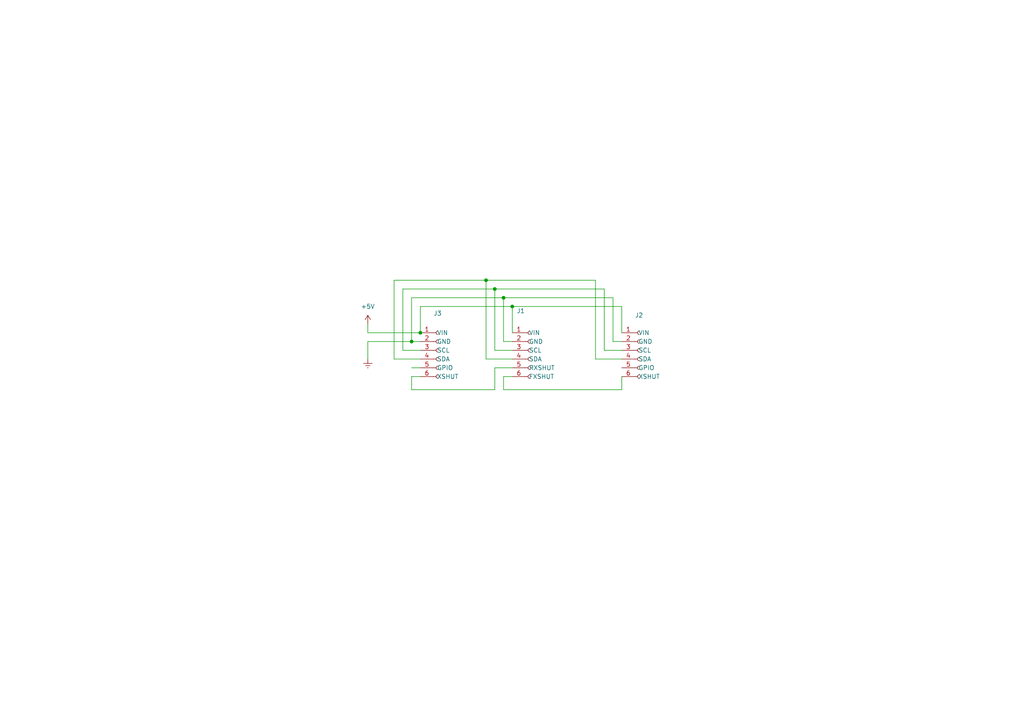
<source format=kicad_sch>
(kicad_sch (version 20230121) (generator eeschema)
  (paper "A4")
  (lib_symbols
    (symbol "Conn_01x06_Socket_1" (pin_names (offset 1.016))
      (property "Reference" "J2" (at -1.27 10.16 0))
      (symbol "Conn_01x06_Socket_1_1_1"
        (arc (start 0 -7.112) (mid -0.5058 -7.62) (end 0 -8.128) (stroke (width 0.1524)))
        (arc (start 0 -4.572) (mid -0.5058 -5.08) (end 0 -5.588) (stroke (width 0.1524)))
        (arc (start 0 -2.032) (mid -0.5058 -2.54) (end 0 -3.048) (stroke (width 0.1524)))
        (polyline (pts (xy -1.27 -7.62) (xy -0.508 -7.62)) (stroke (width 0.1524)))
        (polyline (pts (xy -1.27 -5.08) (xy -0.508 -5.08)) (stroke (width 0.1524)))
        (polyline (pts (xy -1.27 -2.54) (xy -0.508 -2.54)) (stroke (width 0.1524)))
        (polyline (pts (xy -1.27 0) (xy -0.508 0)) (stroke (width 0.1524)))
        (polyline (pts (xy -1.27 2.54) (xy -0.508 2.54)) (stroke (width 0.1524)))
        (polyline (pts (xy -1.27 5.08) (xy -0.508 5.08)) (stroke (width 0.1524)))
        (arc (start 0 0.508) (mid -0.5058 0) (end 0 -0.508) (stroke (width 0.1524)))
        (arc (start 0 3.048) (mid -0.5058 2.54) (end 0 2.032) (stroke (width 0.1524)))
        (arc (start 0 5.588) (mid -0.5058 5.08) (end 0 4.572) (stroke (width 0.1524)))
        (pin passive line (at -5.08 5.08 0) (length 3.81) (name "VIN") (number "1"))
        (pin passive line (at -5.08 2.54 0) (length 3.81) (name "GND") (number "2"))
        (pin passive line (at -5.08 0 0) (length 3.81) (name "SCL") (number "3"))
        (pin passive line (at -5.08 -2.54 0) (length 3.81) (name "SDA") (number "4"))
        (pin passive line (at -5.08 -5.08 0) (length 3.81) (name "GPIO") (number "5"))
        (pin passive line (at -5.08 -7.62 0) (length 3.81) (name "XSHUT") (number "6"))
      )
    )
    (symbol "Conn_01x06_Socket_2" (pin_names (offset 1.016))
      (property "Reference" "J2" (at -1.27 11.43 0))
      (symbol "Conn_01x06_Socket_2_1_1"
        (arc (start 0 -7.112) (mid -0.5058 -7.62) (end 0 -8.128) (stroke (width 0.1524)))
        (arc (start 0 -4.572) (mid -0.5058 -5.08) (end 0 -5.588) (stroke (width 0.1524)))
        (arc (start 0 -2.032) (mid -0.5058 -2.54) (end 0 -3.048) (stroke (width 0.1524)))
        (polyline (pts (xy -1.27 -7.62) (xy -0.508 -7.62)) (stroke (width 0.1524)))
        (polyline (pts (xy -1.27 -5.08) (xy -0.508 -5.08)) (stroke (width 0.1524)))
        (polyline (pts (xy -1.27 -2.54) (xy -0.508 -2.54)) (stroke (width 0.1524)))
        (polyline (pts (xy -1.27 0) (xy -0.508 0)) (stroke (width 0.1524)))
        (polyline (pts (xy -1.27 2.54) (xy -0.508 2.54)) (stroke (width 0.1524)))
        (polyline (pts (xy -1.27 5.08) (xy -0.508 5.08)) (stroke (width 0.1524)))
        (arc (start 0 0.508) (mid -0.5058 0) (end 0 -0.508) (stroke (width 0.1524)))
        (arc (start 0 3.048) (mid -0.5058 2.54) (end 0 2.032) (stroke (width 0.1524)))
        (arc (start 0 5.588) (mid -0.5058 5.08) (end 0 4.572) (stroke (width 0.1524)))
        (pin passive line (at -5.08 5.08 0) (length 3.81) (name "VIN") (number "1"))
        (pin passive line (at -5.08 2.54 0) (length 3.81) (name "GND") (number "2"))
        (pin passive line (at -5.08 0 0) (length 3.81) (name "SCL") (number "3"))
        (pin passive line (at -5.08 -2.54 0) (length 3.81) (name "SDA") (number "4"))
        (pin passive line (at -5.08 -5.08 0) (length 3.81) (name "GPIO") (number "5"))
        (pin passive line (at -5.08 -7.62 0) (length 3.81) (name "XSHUT") (number "6"))
      )
    )
    (symbol "Connector:Conn_01x06_Socket" (pin_names (offset 1.016))
      (property "Reference" "J1" (at -3.81 11.43 0))
      (symbol "Conn_01x06_Socket_1_1"
        (arc (start 0 -7.112) (mid -0.5058 -7.62) (end 0 -8.128) (stroke (width 0.1524)))
        (arc (start 0 -4.572) (mid -0.5058 -5.08) (end 0 -5.588) (stroke (width 0.1524)))
        (arc (start 0 -2.032) (mid -0.5058 -2.54) (end 0 -3.048) (stroke (width 0.1524)))
        (polyline (pts (xy -1.27 -7.62) (xy -0.508 -7.62)) (stroke (width 0.1524)))
        (polyline (pts (xy -1.27 -5.08) (xy -0.508 -5.08)) (stroke (width 0.1524)))
        (polyline (pts (xy -1.27 -2.54) (xy -0.508 -2.54)) (stroke (width 0.1524)))
        (polyline (pts (xy -1.27 0) (xy -0.508 0)) (stroke (width 0.1524)))
        (polyline (pts (xy -1.27 2.54) (xy -0.508 2.54)) (stroke (width 0.1524)))
        (polyline (pts (xy -1.27 5.08) (xy -0.508 5.08)) (stroke (width 0.1524)))
        (arc (start 0 0.508) (mid -0.5058 0) (end 0 -0.508) (stroke (width 0.1524)))
        (arc (start 0 3.048) (mid -0.5058 2.54) (end 0 2.032) (stroke (width 0.1524)))
        (arc (start 0 5.588) (mid -0.5058 5.08) (end 0 4.572) (stroke (width 0.1524)))
        (pin passive line (at -5.08 5.08 0) (length 3.81) (name "VIN") (number "1"))
        (pin passive line (at -5.08 2.54 0) (length 3.81) (name "GND") (number "2"))
        (pin passive line (at -5.08 0 0) (length 3.81) (name "SCL") (number "3"))
        (pin passive line (at -5.08 -2.54 0) (length 3.81) (name "SDA") (number "4"))
        (pin passive line (at -5.08 -5.08 0) (length 3.81) (name "RXSHUT") (number "5"))
        (pin passive line (at -5.08 -7.62 0) (length 3.81) (name "FXSHUT") (number "6"))
      )
    )
    (symbol "power:+5V" (power) (pin_names (offset 0))
      (property "Value" "+5V" (at 0 3.556 0))
      (symbol "+5V_0_1"
        (polyline (pts (xy -0.762 1.27) (xy 0 2.54)))
        (polyline (pts (xy 0 0) (xy 0 2.54)))
        (polyline (pts (xy 0 2.54) (xy 0.762 1.27)))
      )
      (symbol "+5V_1_1"
        (pin power_in line (at 0 0 90) (length 0) hide (name "+5V") (number "1"))
      )
    )
    (symbol "power:Earth" (power) (pin_names (offset 0))
      (symbol "Earth_0_1"
        (polyline (pts (xy -0.635 -1.905) (xy 0.635 -1.905)))
        (polyline (pts (xy -0.127 -2.54) (xy 0.127 -2.54)))
        (polyline (pts (xy 0 -1.27) (xy 0 0)))
        (polyline (pts (xy 1.27 -1.27) (xy -1.27 -1.27)))
      )
      (symbol "Earth_1_1"
        (pin power_in line (at 0 0 270) (length 0) hide (name "Earth") (number "1"))
      )
    )
  )
  (junction (at 140.97 81.28))
  (junction (at 121.92 96.52))
  (junction (at 146.05 86.36))
  (junction (at 143.51 83.82))
  (junction (at 148.59 88.9))
  (junction (at 119.38 99.06))
  (wire (pts (xy 116.84 83.82) (xy 116.84 101.6)))
  (wire (pts (xy 146.05 99.06) (xy 146.05 86.36)))
  (wire (pts (xy 148.59 99.06) (xy 146.05 99.06)))
  (wire (pts (xy 119.38 109.22) (xy 119.38 113.03)))
  (wire (pts (xy 114.3 81.28) (xy 140.97 81.28)))
  (wire (pts (xy 148.59 104.14) (xy 140.97 104.14)))
  (wire (pts (xy 119.38 113.03) (xy 143.51 113.03)))
  (wire (pts (xy 180.34 109.22) (xy 180.34 113.03)))
  (wire (pts (xy 143.51 83.82) (xy 143.51 101.6)))
  (wire (pts (xy 148.59 88.9) (xy 148.59 96.52)))
  (wire (pts (xy 121.92 109.22) (xy 119.38 109.22)))
  (wire (pts (xy 119.38 99.06) (xy 121.92 99.06)))
  (wire (pts (xy 180.34 88.9) (xy 180.34 96.52)))
  (wire (pts (xy 146.05 113.03) (xy 180.34 113.03)))
  (wire (pts (xy 114.3 104.14) (xy 114.3 81.28)))
  (wire (pts (xy 148.59 109.22) (xy 146.05 109.22)))
  (wire (pts (xy 175.26 83.82) (xy 175.26 101.6)))
  (wire (pts (xy 114.3 104.14) (xy 121.92 104.14)))
  (wire (pts (xy 119.38 99.06) (xy 106.68 99.06)))
  (wire (pts (xy 175.26 101.6) (xy 180.34 101.6)))
  (wire (pts (xy 148.59 88.9) (xy 121.92 88.9)))
  (wire (pts (xy 146.05 86.36) (xy 119.38 86.36)))
  (wire (pts (xy 121.92 101.6) (xy 116.84 101.6)))
  (wire (pts (xy 140.97 81.28) (xy 172.72 81.28)))
  (wire (pts (xy 148.59 101.6) (xy 143.51 101.6)))
  (wire (pts (xy 177.8 99.06) (xy 180.34 99.06)))
  (wire (pts (xy 106.68 99.06) (xy 106.68 104.14)))
  (wire (pts (xy 172.72 81.28) (xy 172.72 104.14)))
  (wire (pts (xy 119.38 86.36) (xy 119.38 99.06)))
  (wire (pts (xy 121.92 106.68) (xy 119.38 106.68)))
  (wire (pts (xy 148.59 88.9) (xy 180.34 88.9)))
  (wire (pts (xy 143.51 83.82) (xy 175.26 83.82)))
  (wire (pts (xy 177.8 86.36) (xy 177.8 99.06)))
  (wire (pts (xy 143.51 113.03) (xy 143.51 106.68)))
  (wire (pts (xy 121.92 88.9) (xy 121.92 96.52)))
  (wire (pts (xy 143.51 106.68) (xy 148.59 106.68)))
  (wire (pts (xy 140.97 104.14) (xy 140.97 81.28)))
  (wire (pts (xy 121.92 96.52) (xy 106.68 96.52)))
  (wire (pts (xy 172.72 104.14) (xy 180.34 104.14)))
  (wire (pts (xy 143.51 83.82) (xy 116.84 83.82)))
  (wire (pts (xy 106.68 93.98) (xy 106.68 96.52)))
  (wire (pts (xy 146.05 109.22) (xy 146.05 113.03)))
  (wire (pts (xy 146.05 86.36) (xy 177.8 86.36)))
  (symbol (lib_id "power:+5V") (at 106.68 93.98 0) (unit 1)
    (property "Reference" "#PWR01" (effects hide))
    (property "Value" "+5V" (at 106.68 88.9 0))
  )
  (symbol (lib_id "Connector:Conn_01x06_Socket") (at 153.67 101.6 0) (unit 1)
    (property "Reference" "J1" (at 149.86 90.17 0) (effects (justify left)))
    (property "Value" "Conn_01x06_Socket" (effects hide))
    (property "Footprint" "Connector_PinSocket_2.54mm:PinSocket_1x06_P2.54mm_Vertical" (effects hide))
  )
  (symbol (lib_name "Conn_01x06_Socket_2") (lib_id "Connector:Conn_01x06_Socket") (at 127 101.6 0) (unit 1)
    (property "Reference" "J3" (at 125.73 90.17 0) (effects (justify left top)))
    (property "Value" "Conn_01x06_Socket" (effects hide))
    (property "Footprint" "Connector_PinSocket_2.54mm:PinSocket_1x06_P2.54mm_Vertical" (effects hide))
  )
  (symbol (lib_id "power:Earth") (at 106.68 104.14 0) (unit 1)
    (property "Reference" "#PWR02" (effects hide))
    (property "Value" "Earth" (effects hide))
  )
  (symbol (lib_name "Conn_01x06_Socket_1") (lib_id "Connector:Conn_01x06_Socket") (at 185.42 101.6 0) (unit 1)
    (property "Reference" "J2" (at 184.15 91.44 0) (effects (justify left)))
    (property "Value" "Conn_01x06_Socket" (effects hide))
    (property "Footprint" "Connector_PinSocket_2.54mm:PinSocket_1x06_P2.54mm_Vertical" (effects hide))
  )
)
</source>
